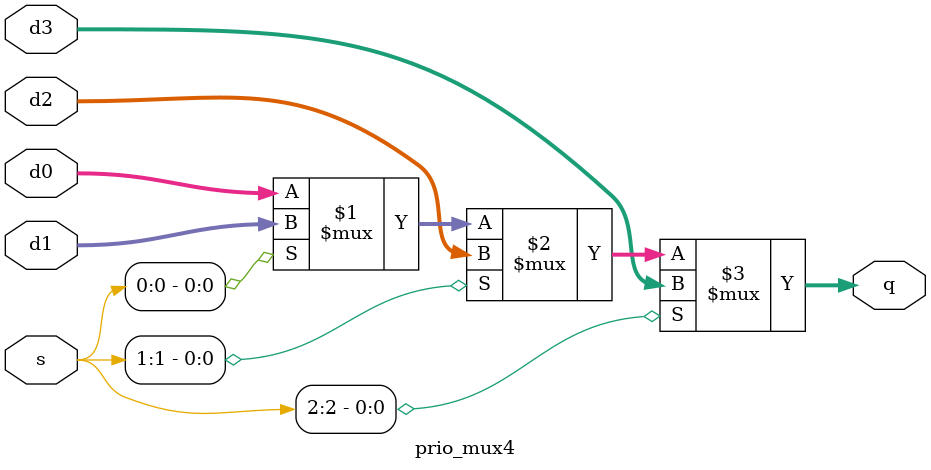
<source format=sv>
module prio_mux4 #(
    parameter WIDTH = 8
) (
    input  logic [WIDTH-1:0] d0,
    input  logic [WIDTH-1:0] d1,
    input  logic [WIDTH-1:0] d2,
    input  logic [WIDTH-1:0] d3,
    input  logic [      2:0] s,
    output logic [WIDTH-1:0] q
);

  assign q = s[2] ? d3 : s[1] ? d2 : s[0] ? d1 : d0;

endmodule

</source>
